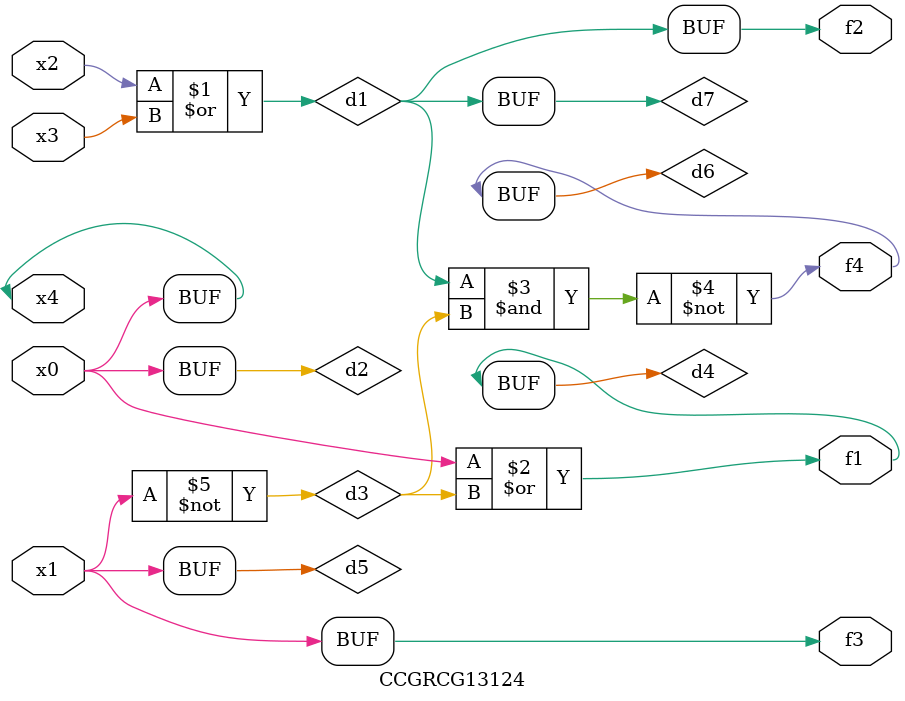
<source format=v>
module CCGRCG13124(
	input x0, x1, x2, x3, x4,
	output f1, f2, f3, f4
);

	wire d1, d2, d3, d4, d5, d6, d7;

	or (d1, x2, x3);
	buf (d2, x0, x4);
	not (d3, x1);
	or (d4, d2, d3);
	not (d5, d3);
	nand (d6, d1, d3);
	or (d7, d1);
	assign f1 = d4;
	assign f2 = d7;
	assign f3 = d5;
	assign f4 = d6;
endmodule

</source>
